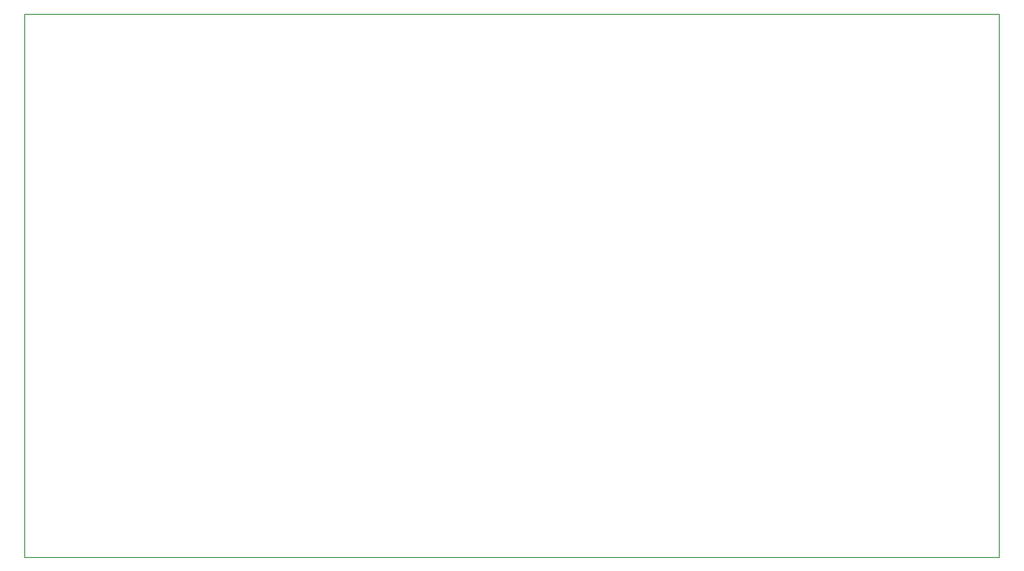
<source format=gbr>
G04 #@! TF.GenerationSoftware,KiCad,Pcbnew,5.1.10-88a1d61d58~90~ubuntu21.04.1*
G04 #@! TF.CreationDate,2021-10-08T15:30:08+02:00*
G04 #@! TF.ProjectId,BoardArduinos,426f6172-6441-4726-9475-696e6f732e6b,rev?*
G04 #@! TF.SameCoordinates,Original*
G04 #@! TF.FileFunction,Profile,NP*
%FSLAX46Y46*%
G04 Gerber Fmt 4.6, Leading zero omitted, Abs format (unit mm)*
G04 Created by KiCad (PCBNEW 5.1.10-88a1d61d58~90~ubuntu21.04.1) date 2021-10-08 15:30:08*
%MOMM*%
%LPD*%
G01*
G04 APERTURE LIST*
G04 #@! TA.AperFunction,Profile*
%ADD10C,0.050000*%
G04 #@! TD*
G04 APERTURE END LIST*
D10*
X175000000Y-93000000D02*
X175000000Y-40000000D01*
X80000000Y-93000000D02*
X175000000Y-93000000D01*
X80000000Y-40000000D02*
X80000000Y-93000000D01*
X175000000Y-40000000D02*
X80000000Y-40000000D01*
M02*

</source>
